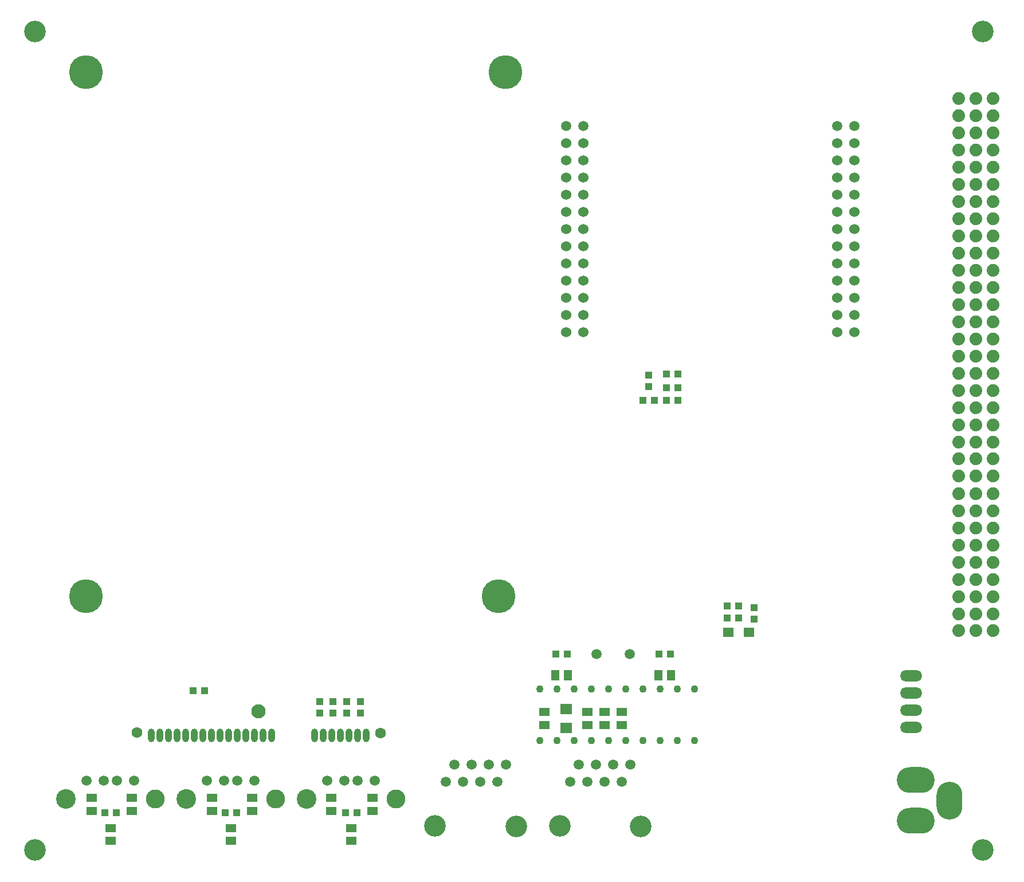
<source format=gbs>
G04 (created by PCBNEW (2013-03-19 BZR 4004)-stable) date 2014/12/12 17:07:44*
%MOIN*%
G04 Gerber Fmt 3.4, Leading zero omitted, Abs format*
%FSLAX34Y34*%
G01*
G70*
G90*
G04 APERTURE LIST*
%ADD10C,0*%
%ADD11O,0.0393701X0.0787402*%
%ADD12C,0.0629921*%
%ADD13C,0.0826772*%
%ADD14R,0.059X0.0511*%
%ADD15R,0.0708X0.0629*%
%ADD16O,0.15X0.22*%
%ADD17O,0.22X0.15*%
%ADD18C,0.0593*%
%ADD19C,0.125984*%
%ADD20C,0.1969*%
%ADD21C,0.06*%
%ADD22C,0.0433071*%
%ADD23R,0.0433X0.0393*%
%ADD24C,0.0591*%
%ADD25R,0.0629X0.0551*%
%ADD26R,0.0511X0.059*%
%ADD27R,0.0393X0.0433*%
%ADD28C,0.074*%
%ADD29C,0.114173*%
%ADD30C,0.110236*%
%ADD31O,0.129X0.0645*%
G04 APERTURE END LIST*
G54D10*
G54D11*
X45620Y-70472D03*
X45120Y-70472D03*
X44620Y-70472D03*
X44120Y-70472D03*
X43620Y-70472D03*
X43120Y-70472D03*
X42620Y-70472D03*
X40120Y-70472D03*
X39620Y-70472D03*
X39120Y-70472D03*
X38620Y-70472D03*
X38120Y-70472D03*
X37620Y-70472D03*
X37120Y-70472D03*
X36620Y-70472D03*
X36120Y-70472D03*
X35620Y-70472D03*
X35120Y-70472D03*
X34620Y-70472D03*
X34120Y-70472D03*
X33620Y-70472D03*
X33120Y-70472D03*
G54D12*
X32283Y-70314D03*
X46456Y-70354D03*
G54D13*
X39370Y-69094D03*
G54D14*
X37750Y-75876D03*
X37750Y-76624D03*
X29650Y-74874D03*
X29650Y-74126D03*
X43600Y-74874D03*
X43600Y-74126D03*
X32000Y-74874D03*
X32000Y-74126D03*
X46000Y-74874D03*
X46000Y-74126D03*
X36650Y-74874D03*
X36650Y-74126D03*
X39000Y-74874D03*
X39000Y-74126D03*
X30750Y-75876D03*
X30750Y-76624D03*
X44750Y-75876D03*
X44750Y-76624D03*
G54D15*
X57250Y-70051D03*
X57250Y-68949D03*
G54D14*
X58500Y-69126D03*
X58500Y-69874D03*
G54D16*
X79559Y-74270D03*
G54D17*
X77589Y-73090D03*
X77589Y-75450D03*
G54D18*
X51750Y-72181D03*
X52250Y-73181D03*
X53250Y-73181D03*
X53750Y-72181D03*
X52750Y-72181D03*
X50250Y-73181D03*
X50750Y-72181D03*
X51250Y-73181D03*
G54D19*
X49637Y-75750D03*
X54362Y-75789D03*
G54D18*
X59000Y-72181D03*
X59500Y-73181D03*
X60500Y-73181D03*
X61000Y-72181D03*
X60000Y-72181D03*
X57500Y-73181D03*
X58000Y-72181D03*
X58500Y-73181D03*
G54D19*
X56887Y-75750D03*
X61612Y-75789D03*
G54D20*
X53740Y-31890D03*
X29330Y-62400D03*
X53345Y-62400D03*
G54D19*
X81496Y-77165D03*
X26377Y-77165D03*
G54D20*
X29330Y-31890D03*
G54D19*
X81496Y-29527D03*
G54D21*
X58267Y-47025D03*
X57267Y-47025D03*
X58267Y-46025D03*
X57267Y-46025D03*
X58267Y-45025D03*
X57267Y-45025D03*
X58267Y-44025D03*
X57267Y-44025D03*
X58267Y-43025D03*
X57267Y-43025D03*
X58267Y-42025D03*
X57267Y-42025D03*
X58267Y-41025D03*
X57267Y-41025D03*
X58267Y-40025D03*
X57267Y-40025D03*
X58267Y-39025D03*
X57267Y-39025D03*
X58267Y-38025D03*
X57267Y-38025D03*
X58267Y-37025D03*
X57267Y-37025D03*
X58267Y-36025D03*
X57267Y-36025D03*
G54D18*
X58267Y-35025D03*
X57267Y-35025D03*
G54D21*
X74015Y-47025D03*
X73015Y-47025D03*
X74015Y-46025D03*
X73015Y-46025D03*
X74015Y-45025D03*
X73015Y-45025D03*
X74015Y-44025D03*
X73015Y-44025D03*
X74015Y-43025D03*
X73015Y-43025D03*
X74015Y-42025D03*
X73015Y-42025D03*
X74015Y-41025D03*
X73015Y-41025D03*
X74015Y-40025D03*
X73015Y-40025D03*
X74015Y-39025D03*
X73015Y-39025D03*
X74015Y-38025D03*
X73015Y-38025D03*
X74015Y-37025D03*
X73015Y-37025D03*
X74015Y-36025D03*
X73015Y-36025D03*
G54D18*
X74015Y-35025D03*
X73015Y-35025D03*
G54D22*
X64736Y-67791D03*
X63736Y-67791D03*
X62736Y-67791D03*
X61736Y-67791D03*
X60736Y-67791D03*
X59736Y-67791D03*
X58736Y-67791D03*
X57736Y-67791D03*
X56736Y-67791D03*
X55736Y-67791D03*
X55736Y-70791D03*
X56736Y-70791D03*
X57736Y-70791D03*
X58736Y-70791D03*
X59736Y-70791D03*
X60736Y-70791D03*
X61736Y-70791D03*
X62736Y-70791D03*
X63736Y-70791D03*
X64736Y-70791D03*
G54D14*
X60500Y-69874D03*
X60500Y-69126D03*
X59500Y-69874D03*
X59500Y-69126D03*
X56000Y-69874D03*
X56000Y-69126D03*
G54D23*
X68200Y-63066D03*
X68200Y-63734D03*
G54D24*
X59039Y-65750D03*
X60961Y-65750D03*
G54D25*
X66710Y-64500D03*
X67890Y-64500D03*
G54D26*
X62626Y-67000D03*
X63374Y-67000D03*
X57374Y-67000D03*
X56626Y-67000D03*
G54D27*
X45280Y-68511D03*
X45280Y-69179D03*
X44492Y-68511D03*
X44492Y-69179D03*
X43705Y-68511D03*
X43705Y-69179D03*
X42918Y-68511D03*
X42918Y-69179D03*
G54D23*
X36234Y-67900D03*
X35566Y-67900D03*
X66616Y-62950D03*
X67284Y-62950D03*
X66616Y-63650D03*
X67284Y-63650D03*
X62666Y-65750D03*
X63334Y-65750D03*
X30416Y-75000D03*
X31084Y-75000D03*
X44416Y-75000D03*
X45084Y-75000D03*
X37416Y-75000D03*
X38084Y-75000D03*
G54D27*
X62074Y-49516D03*
X62074Y-50184D03*
G54D23*
X62408Y-51000D03*
X61740Y-51000D03*
X63758Y-50250D03*
X63090Y-50250D03*
X63090Y-49450D03*
X63758Y-49450D03*
X63090Y-51000D03*
X63758Y-51000D03*
X57334Y-65750D03*
X56666Y-65750D03*
G54D19*
X53740Y-31889D03*
X29330Y-31889D03*
X53346Y-62401D03*
X29330Y-62401D03*
G54D28*
X80096Y-62413D03*
X81096Y-62413D03*
X82096Y-62413D03*
X80096Y-44413D03*
X81096Y-44413D03*
X82096Y-44413D03*
X80096Y-37413D03*
X81096Y-37413D03*
X82096Y-37413D03*
X80096Y-38413D03*
X81096Y-38413D03*
X82096Y-38413D03*
X80096Y-39413D03*
X81096Y-39413D03*
X82096Y-39413D03*
X80096Y-40413D03*
X81096Y-40413D03*
X82096Y-40413D03*
X80096Y-41413D03*
X81096Y-41413D03*
X82096Y-41413D03*
X80096Y-42413D03*
X81096Y-42413D03*
X82096Y-42413D03*
X80096Y-43413D03*
X81096Y-43413D03*
X82096Y-43413D03*
X80096Y-33413D03*
X81096Y-33413D03*
X82096Y-33413D03*
X80096Y-34413D03*
X81096Y-34413D03*
X82096Y-34413D03*
X80096Y-35413D03*
X81096Y-35413D03*
X82096Y-35413D03*
X80096Y-36413D03*
X81096Y-36413D03*
X82096Y-36413D03*
X80096Y-57413D03*
X81096Y-57413D03*
X82096Y-57413D03*
X80096Y-56413D03*
X81096Y-56413D03*
X82096Y-56413D03*
X80096Y-53413D03*
X81096Y-53413D03*
X82096Y-53413D03*
X80096Y-60413D03*
X81096Y-60413D03*
X82096Y-60413D03*
X80096Y-61413D03*
X81096Y-61413D03*
X82096Y-61413D03*
X80096Y-58413D03*
X81096Y-58413D03*
X82096Y-58413D03*
X80096Y-59413D03*
X81096Y-59413D03*
X82096Y-59413D03*
X80100Y-54400D03*
X81100Y-54400D03*
X82100Y-54400D03*
X80100Y-64400D03*
X81100Y-64400D03*
X82100Y-64400D03*
X80100Y-55400D03*
X81100Y-55400D03*
X82100Y-55400D03*
X80096Y-52413D03*
X81096Y-52413D03*
X82096Y-52413D03*
X80096Y-63413D03*
X81096Y-63413D03*
X82096Y-63413D03*
X80096Y-51413D03*
X81096Y-51413D03*
X82096Y-51413D03*
X80096Y-49413D03*
X81096Y-49413D03*
X82096Y-49413D03*
X80096Y-50413D03*
X81096Y-50413D03*
X82096Y-50413D03*
X80096Y-47413D03*
X81096Y-47413D03*
X82096Y-47413D03*
X80096Y-48413D03*
X81096Y-48413D03*
X82096Y-48413D03*
X80096Y-46413D03*
X81096Y-46413D03*
X82096Y-46413D03*
X80096Y-45413D03*
X81096Y-45413D03*
X82096Y-45413D03*
G54D18*
X44356Y-73106D03*
X45143Y-73106D03*
X46127Y-73106D03*
X43372Y-73106D03*
G54D29*
X42151Y-74169D03*
G54D30*
X47348Y-74169D03*
G54D18*
X37356Y-73106D03*
X38143Y-73106D03*
X39127Y-73106D03*
X36372Y-73106D03*
G54D29*
X35151Y-74169D03*
G54D30*
X40348Y-74169D03*
G54D18*
X30356Y-73106D03*
X31143Y-73106D03*
X32127Y-73106D03*
X29372Y-73106D03*
G54D29*
X28151Y-74169D03*
G54D30*
X33348Y-74169D03*
G54D31*
X77314Y-67003D03*
X77314Y-68003D03*
X77314Y-69003D03*
X77314Y-70003D03*
G54D19*
X26377Y-29527D03*
M02*

</source>
